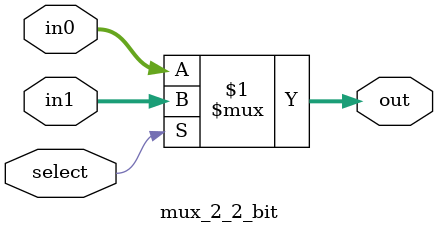
<source format=v>
module mux_2_2_bit(out, select, in0, in1);
	input select;
	input [1:0] in0, in1;
	output [1:0] out;
	assign out = select ? in1 : in0;
endmodule
</source>
